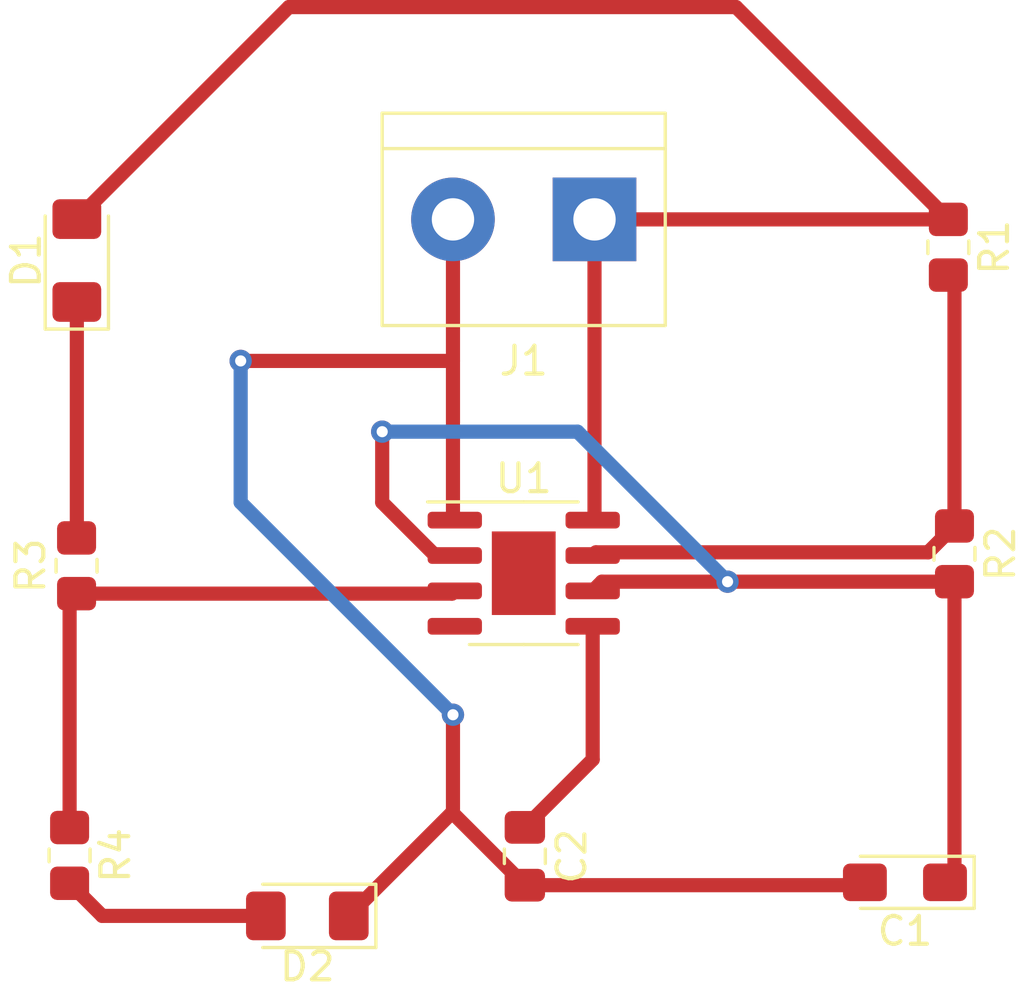
<source format=kicad_pcb>
(kicad_pcb (version 20211014) (generator pcbnew)
  (layers (0 "F.Cu" signal) (31 "B.Cu" signal) (34 "B.Paste" user) (35 "F.Paste" user) (36 "B.SilkS" user "B.Silkscreen") (37 "F.SilkS" user "F.Silkscreen") (38 "B.Mask" user) (39 "F.Mask" user) (44 "Edge.Cuts" user))
  (net 0 "")
  (net 1 "/pin2")
  (net 2 "GND")
  (net 3 "Net-(C2-Pad1)")
  (net 4 "Net-(D1-Pad1)")
  (net 5 "+9V")
  (net 6 "Net-(D2-Pad2)")
  (net 7 "Net-(R1-Pad2)")
  (net 8 "/pin3")
  (net 9 "/9V")
  (footprint "Resistor_SMD:R_0805_2012Metric_Pad1.20x1.40mm_HandSolder" (layer "F.Cu") (at 165.32 103.444128 -90)
    (fp_text reference "R2" (at 0 -1.65 90) (layer "F.SilkS"))
    (fp_text value "10k")
    (fp_line (start -0.227064 0.735) (end 0.227064 0.735) (layer "F.SilkS") (width 0.12))
    (fp_line (start -0.227064 -0.735) (end 0.227064 -0.735) (layer "F.SilkS") (width 0.12))
    (pad "1" smd roundrect (at -1 0 270) (size 1.2 1.4) (layers "F.Cu" "F.Paste" "F.Mask") (roundrect_rratio 0.208333) (net 7 "Net-(R1-Pad2)"))
    (pad "2" smd roundrect (at 1 0 270) (size 1.2 1.4) (layers "F.Cu" "F.Paste" "F.Mask") (roundrect_rratio 0.208333) (net 1 "/pin2"))
  )
  (footprint "TerminalBlock:TerminalBlock_bornier-2_P5.08mm" (layer "F.Cu") (at 152.4 91.44 180)
    (fp_text reference "J1" (at 2.54 -5.08) (layer "F.SilkS"))
    (fp_text value "Conn_01x02_Male")
    (fp_line (start 7.62 3.81) (end 7.62 -3.81) (layer "F.SilkS") (width 0.12))
    (fp_line (start 7.62 -3.81) (end -2.54 -3.81) (layer "F.SilkS") (width 0.12))
    (fp_line (start 7.62 2.54) (end -2.54 2.54) (layer "F.SilkS") (width 0.12))
    (fp_line (start -2.54 3.81) (end 7.62 3.81) (layer "F.SilkS") (width 0.12))
    (fp_line (start -2.54 -3.81) (end -2.54 3.81) (layer "F.SilkS") (width 0.12))
    (pad "1" thru_hole rect (at 0 0 180) (size 3 3) (drill 1.52) (layers *.Cu *.Mask) (net 5 "+9V"))
    (pad "2" thru_hole circle (at 5.08 0 180) (size 3 3) (drill 1.52) (layers *.Cu *.Mask) (net 2 "GND"))
  )
  (footprint "Capacitor_Tantalum_SMD:CP_EIA-3216-18_Kemet-A_Pad1.58x1.35mm_HandSolder" (layer "F.Cu") (at 163.5425 115.235 180)
    (fp_text reference "C1" (at 0 -1.75) (layer "F.SilkS"))
    (fp_text value "10uF")
    (fp_line (start -2.485 0.935) (end 1.6 0.935) (layer "F.SilkS") (width 0.12))
    (fp_line (start 1.6 -0.935) (end -2.485 -0.935) (layer "F.SilkS") (width 0.12))
    (fp_line (start -2.485 -0.935) (end -2.485 0.935) (layer "F.SilkS") (width 0.12))
    (pad "1" smd roundrect (at -1.4375 0 180) (size 1.575 1.35) (layers "F.Cu" "F.Paste" "F.Mask") (roundrect_rratio 0.185185) (net 1 "/pin2"))
    (pad "2" smd roundrect (at 1.4375 0 180) (size 1.575 1.35) (layers "F.Cu" "F.Paste" "F.Mask") (roundrect_rratio 0.185185) (net 2 "GND"))
  )
  (footprint "Resistor_SMD:R_0805_2012Metric_Pad1.20x1.40mm_HandSolder" (layer "F.Cu") (at 133.81 103.873372 90)
    (fp_text reference "R3" (at 0 -1.65 90) (layer "F.SilkS"))
    (fp_text value "1k")
    (fp_line (start -0.227064 -0.735) (end 0.227064 -0.735) (layer "F.SilkS") (width 0.12))
    (fp_line (start -0.227064 0.735) (end 0.227064 0.735) (layer "F.SilkS") (width 0.12))
    (pad "1" smd roundrect (at -1 0 90) (size 1.2 1.4) (layers "F.Cu" "F.Paste" "F.Mask") (roundrect_rratio 0.208333) (net 8 "/pin3"))
    (pad "2" smd roundrect (at 1 0 90) (size 1.2 1.4) (layers "F.Cu" "F.Paste" "F.Mask") (roundrect_rratio 0.208333) (net 4 "Net-(D1-Pad1)"))
  )
  (footprint "Resistor_SMD:R_0805_2012Metric_Pad1.20x1.40mm_HandSolder" (layer "F.Cu") (at 165.1 92.44 -90)
    (fp_text reference "R1" (at 0 -1.65 90) (layer "F.SilkS"))
    (fp_text value "1k")
    (fp_line (start -0.227064 0.735) (end 0.227064 0.735) (layer "F.SilkS") (width 0.12))
    (fp_line (start -0.227064 -0.735) (end 0.227064 -0.735) (layer "F.SilkS") (width 0.12))
    (pad "1" smd roundrect (at -1 0 270) (size 1.2 1.4) (layers "F.Cu" "F.Paste" "F.Mask") (roundrect_rratio 0.208333) (net 5 "+9V"))
    (pad "2" smd roundrect (at 1 0 270) (size 1.2 1.4) (layers "F.Cu" "F.Paste" "F.Mask") (roundrect_rratio 0.208333) (net 7 "Net-(R1-Pad2)"))
  )
  (footprint "LED_SMD:LED_1206_3216Metric_Pad1.42x1.75mm_HandSolder" (layer "F.Cu") (at 142.0925 116.44 180)
    (fp_text reference "D2" (at 0 -1.82) (layer "F.SilkS"))
    (fp_text value "LED")
    (fp_line (start 1.6 -1.135) (end -2.46 -1.135) (layer "F.SilkS") (width 0.12))
    (fp_line (start -2.46 -1.135) (end -2.46 1.135) (layer "F.SilkS") (width 0.12))
    (fp_line (start -2.46 1.135) (end 1.6 1.135) (layer "F.SilkS") (width 0.12))
    (pad "1" smd roundrect (at -1.4875 0 180) (size 1.425 1.75) (layers "F.Cu" "F.Paste" "F.Mask") (roundrect_rratio 0.175439) (net 2 "GND"))
    (pad "2" smd roundrect (at 1.4875 0 180) (size 1.425 1.75) (layers "F.Cu" "F.Paste" "F.Mask") (roundrect_rratio 0.175439) (net 6 "Net-(D2-Pad2)"))
  )
  (footprint "Resistor_SMD:R_0805_2012Metric_Pad1.20x1.40mm_HandSolder" (layer "F.Cu") (at 133.56 114.268808 -90)
    (fp_text reference "R4" (at 0 -1.65 90) (layer "F.SilkS"))
    (fp_text value "1k")
    (fp_line (start -0.227064 -0.735) (end 0.227064 -0.735) (layer "F.SilkS") (width 0.12))
    (fp_line (start -0.227064 0.735) (end 0.227064 0.735) (layer "F.SilkS") (width 0.12))
    (pad "1" smd roundrect (at -1 0 270) (size 1.2 1.4) (layers "F.Cu" "F.Paste" "F.Mask") (roundrect_rratio 0.208333) (net 8 "/pin3"))
    (pad "2" smd roundrect (at 1 0 270) (size 1.2 1.4) (layers "F.Cu" "F.Paste" "F.Mask") (roundrect_rratio 0.208333) (net 6 "Net-(D2-Pad2)"))
  )
  (footprint "LED_SMD:LED_1206_3216Metric_Pad1.42x1.75mm_HandSolder" (layer "F.Cu") (at 133.82 92.9175 90)
    (fp_text reference "D1" (at 0 -1.82 90) (layer "F.SilkS"))
    (fp_text value "LED")
    (fp_line (start 1.6 -1.135) (end -2.46 -1.135) (layer "F.SilkS") (width 0.12))
    (fp_line (start -2.46 -1.135) (end -2.46 1.135) (layer "F.SilkS") (width 0.12))
    (fp_line (start -2.46 1.135) (end 1.6 1.135) (layer "F.SilkS") (width 0.12))
    (pad "1" smd roundrect (at -1.4875 0 90) (size 1.425 1.75) (layers "F.Cu" "F.Paste" "F.Mask") (roundrect_rratio 0.175439) (net 4 "Net-(D1-Pad1)"))
    (pad "2" smd roundrect (at 1.4875 0 90) (size 1.425 1.75) (layers "F.Cu" "F.Paste" "F.Mask") (roundrect_rratio 0.175439) (net 5 "+9V"))
  )
  (footprint "Package_SO:SOIC-8-1EP_3.9x4.9mm_P1.27mm_EP2.29x3mm" (layer "F.Cu") (at 149.86 104.14)
    (fp_text reference "U1" (at 0 -3.4) (layer "F.SilkS"))
    (fp_text value "NE555D")
    (fp_line (start 0 2.56) (end -1.95 2.56) (layer "F.SilkS") (width 0.12))
    (fp_line (start 0 2.56) (end 1.95 2.56) (layer "F.SilkS") (width 0.12))
    (fp_line (start 0 -2.56) (end -3.45 -2.56) (layer "F.SilkS") (width 0.12))
    (fp_line (start 0 -2.56) (end 1.95 -2.56) (layer "F.SilkS") (width 0.12))
    (pad "1" smd roundrect (at -2.475 -1.905) (size 1.95 0.6) (layers "F.Cu" "F.Paste" "F.Mask") (net 2 "GND"))
    (pad "2" smd roundrect (at -2.475 -0.635) (size 1.95 0.6) (layers "F.Cu" "F.Paste" "F.Mask") (net 1 "/pin2"))
    (pad "3" smd roundrect (at -2.475 0.635) (size 1.95 0.6) (layers "F.Cu" "F.Paste" "F.Mask") (net 8 "/pin3"))
    (pad "4" smd roundrect (at -2.475 1.905) (size 1.95 0.6) (layers "F.Cu" "F.Paste" "F.Mask") (net 9 "/9V"))
    (pad "5" smd roundrect (at 2.475 1.905) (size 1.95 0.6) (layers "F.Cu" "F.Paste" "F.Mask") (net 3 "Net-(C2-Pad1)"))
    (pad "6" smd roundrect (at 2.475 0.635) (size 1.95 0.6) (layers "F.Cu" "F.Paste" "F.Mask") (net 1 "/pin2"))
    (pad "7" smd roundrect (at 2.475 -0.635) (size 1.95 0.6) (layers "F.Cu" "F.Paste" "F.Mask") (net 7 "Net-(R1-Pad2)"))
    (pad "8" smd roundrect (at 2.475 -1.905) (size 1.95 0.6) (layers "F.Cu" "F.Paste" "F.Mask") (net 5 "+9V"))
    (pad "9" smd rect (at 0 0) (size 2.29 3) (layers "F.Cu" "F.Mask"))
  )
  (footprint "Capacitor_SMD:C_0805_2012Metric_Pad1.18x1.45mm_HandSolder" (layer "F.Cu") (at 149.9 114.3 -90)
    (fp_text reference "C2" (at 0 -1.68 90) (layer "F.SilkS"))
    (fp_text value "0.01 uF")
    (fp_line (start -0.261252 0.735) (end 0.261252 0.735) (layer "F.SilkS") (width 0.12))
    (fp_line (start -0.261252 -0.735) (end 0.261252 -0.735) (layer "F.SilkS") (width 0.12))
    (pad "1" smd roundrect (at -1.0375 0 270) (size 1.175 1.45) (layers "F.Cu" "F.Paste" "F.Mask") (roundrect_rratio 0.212766) (net 3 "Net-(C2-Pad1)"))
    (pad "2" smd roundrect (at 1.0375 0 270) (size 1.175 1.45) (layers "F.Cu" "F.Paste" "F.Mask") (roundrect_rratio 0.212766) (net 2 "GND"))
  )
  (segment (start 157.175872 104.444128) (end 152.665872 104.444128) (width 0.508) (layer "F.Cu") (net 1))
  (segment (start 144.78 99.06) (end 144.78 101.6) (width 0.508) (layer "F.Cu") (net 1))
  (segment (start 165.32 114.895) (end 164.98 115.235) (width 0.508) (layer "F.Cu") (net 1))
  (segment (start 165.32 104.444128) (end 165.32 114.895) (width 0.508) (layer "F.Cu") (net 1))
  (segment (start 152.665872 104.444128) (end 152.335 104.775) (width 0.508) (layer "F.Cu") (net 1))
  (segment (start 146.685 103.505) (end 147.385 103.505) (width 0.508) (layer "F.Cu") (net 1))
  (segment (start 144.78 101.6) (end 146.685 103.505) (width 0.508) (layer "F.Cu") (net 1))
  (segment (start 165.32 104.444128) (end 157.175872 104.444128) (width 0.508) (layer "F.Cu") (net 1))
  (via (at 157.175872 104.444128) (size 0.8) (drill 0.4) (layers "F.Cu" "B.Cu") (net 1))
  (via (at 144.78 99.06) (size 0.8) (drill 0.4) (layers "F.Cu" "B.Cu") (net 1))
  (segment (start 151.791744 99.06) (end 144.78 99.06) (width 0.508) (layer "B.Cu") (net 1))
  (segment (start 157.175872 104.444128) (end 151.791744 99.06) (width 0.508) (layer "B.Cu") (net 1))
  (segment (start 143.58 116.44) (end 147.2625 112.7575) (width 0.508) (layer "F.Cu") (net 2))
  (segment (start 147.32 91.44) (end 147.32 99.06) (width 0.508) (layer "F.Cu") (net 2))
  (segment (start 139.7 96.52) (end 147.32 96.52) (width 0.508) (layer "F.Cu") (net 2))
  (segment (start 149.9 115.3375) (end 162.0025 115.3375) (width 0.508) (layer "F.Cu") (net 2))
  (segment (start 147.32 102.17) (end 147.385 102.235) (width 0.508) (layer "F.Cu") (net 2))
  (segment (start 147.2625 112.7575) (end 147.32 112.7575) (width 0.508) (layer "F.Cu") (net 2))
  (segment (start 149.9 115.3375) (end 147.32 112.7575) (width 0.508) (layer "F.Cu") (net 2))
  (segment (start 147.32 99.06) (end 147.32 102.17) (width 0.508) (layer "F.Cu") (net 2))
  (segment (start 162.0025 115.3375) (end 162.105 115.235) (width 0.508) (layer "F.Cu") (net 2))
  (segment (start 147.32 112.7575) (end 147.32 109.22) (width 0.508) (layer "F.Cu") (net 2))
  (via (at 147.32 109.22) (size 0.8) (drill 0.4) (layers "F.Cu" "B.Cu") (net 2))
  (via (at 139.7 96.52) (size 0.8) (drill 0.4) (layers "F.Cu" "B.Cu") (net 2))
  (segment (start 139.7 101.6) (end 139.7 96.52) (width 0.508) (layer "B.Cu") (net 2))
  (segment (start 147.32 109.22) (end 139.7 101.6) (width 0.508) (layer "B.Cu") (net 2))
  (segment (start 152.335 110.8275) (end 152.335 106.045) (width 0.508) (layer "F.Cu") (net 3))
  (segment (start 149.9 113.2625) (end 152.335 110.8275) (width 0.508) (layer "F.Cu") (net 3))
  (segment (start 133.82 94.405) (end 133.82 102.863372) (width 0.508) (layer "F.Cu") (net 4))
  (segment (start 133.82 102.863372) (end 133.81 102.873372) (width 0.508) (layer "F.Cu") (net 4))
  (segment (start 152.4 91.44) (end 152.4 102.17) (width 0.508) (layer "F.Cu") (net 5))
  (segment (start 157.48 83.82) (end 165.1 91.44) (width 0.508) (layer "F.Cu") (net 5))
  (segment (start 152.4 102.17) (end 152.335 102.235) (width 0.508) (layer "F.Cu") (net 5))
  (segment (start 165.1 91.44) (end 152.4 91.44) (width 0.508) (layer "F.Cu") (net 5))
  (segment (start 141.43 83.82) (end 157.48 83.82) (width 0.508) (layer "F.Cu") (net 5))
  (segment (start 133.82 91.43) (end 141.43 83.82) (width 0.508) (layer "F.Cu") (net 5))
  (segment (start 140.605 116.44) (end 134.731192 116.44) (width 0.508) (layer "F.Cu") (net 6))
  (segment (start 134.731192 116.44) (end 133.56 115.268808) (width 0.508) (layer "F.Cu") (net 6))
  (segment (start 152.449872 103.390128) (end 164.374 103.390128) (width 0.508) (layer "F.Cu") (net 7))
  (segment (start 165.32 93.66) (end 165.1 93.44) (width 0.508) (layer "F.Cu") (net 7))
  (segment (start 164.374 103.390128) (end 165.32 102.444128) (width 0.508) (layer "F.Cu") (net 7))
  (segment (start 152.335 103.505) (end 152.449872 103.390128) (width 0.508) (layer "F.Cu") (net 7))
  (segment (start 165.32 102.444128) (end 165.32 93.66) (width 0.508) (layer "F.Cu") (net 7))
  (segment (start 133.56 105.123372) (end 133.81 104.873372) (width 0.508) (layer "F.Cu") (net 8))
  (segment (start 147.286628 104.873372) (end 147.385 104.775) (width 0.508) (layer "F.Cu") (net 8))
  (segment (start 133.56 113.268808) (end 133.56 105.123372) (width 0.508) (layer "F.Cu") (net 8))
  (segment (start 133.81 104.873372) (end 147.286628 104.873372) (width 0.508) (layer "F.Cu") (net 8))
)
</source>
